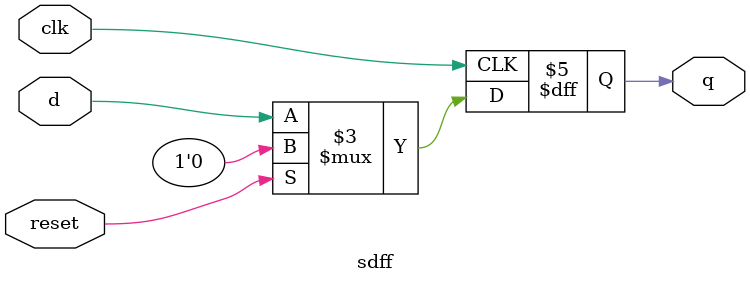
<source format=v>
module sdff (
    input clk,
    input reset,
    input d,
    output reg q
);
    always @(posedge clk) begin
        if (reset) begin
            q <= 1'b0;
        end else begin
            q <= d;
        end
    end
endmodule
</source>
